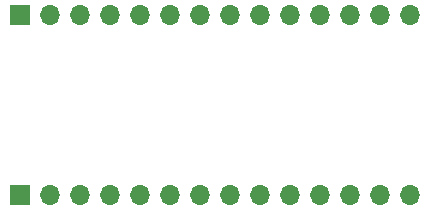
<source format=gbr>
%TF.GenerationSoftware,KiCad,Pcbnew,(5.1.10-1-10_14)*%
%TF.CreationDate,2021-10-02T01:03:44-04:00*%
%TF.ProjectId,microcode-eeprom,6d696372-6f63-46f6-9465-2d656570726f,rev?*%
%TF.SameCoordinates,Original*%
%TF.FileFunction,Soldermask,Bot*%
%TF.FilePolarity,Negative*%
%FSLAX46Y46*%
G04 Gerber Fmt 4.6, Leading zero omitted, Abs format (unit mm)*
G04 Created by KiCad (PCBNEW (5.1.10-1-10_14)) date 2021-10-02 01:03:44*
%MOMM*%
%LPD*%
G01*
G04 APERTURE LIST*
%ADD10O,1.700000X1.700000*%
%ADD11R,1.700000X1.700000*%
G04 APERTURE END LIST*
D10*
%TO.C,J2*%
X136906000Y-87630000D03*
X134366000Y-87630000D03*
X131826000Y-87630000D03*
X129286000Y-87630000D03*
X126746000Y-87630000D03*
X124206000Y-87630000D03*
X121666000Y-87630000D03*
X119126000Y-87630000D03*
X116586000Y-87630000D03*
X114046000Y-87630000D03*
X111506000Y-87630000D03*
X108966000Y-87630000D03*
X106426000Y-87630000D03*
D11*
X103886000Y-87630000D03*
%TD*%
D10*
%TO.C,J1*%
X136906000Y-102870000D03*
X134366000Y-102870000D03*
X131826000Y-102870000D03*
X129286000Y-102870000D03*
X126746000Y-102870000D03*
X124206000Y-102870000D03*
X121666000Y-102870000D03*
X119126000Y-102870000D03*
X116586000Y-102870000D03*
X114046000Y-102870000D03*
X111506000Y-102870000D03*
X108966000Y-102870000D03*
X106426000Y-102870000D03*
D11*
X103886000Y-102870000D03*
%TD*%
M02*

</source>
